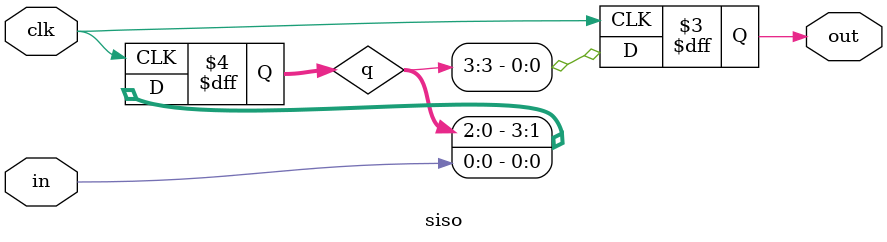
<source format=v>
`timescale 1ns / 1ps
module siso(input in,input clk,output reg out);
 reg [3:0]q=4'b0000;
 
always@(posedge clk)
begin
out= q[3];
q[3]=q[2];
q[2]=q[1];
q[1]=q[0];
q[0]=in;
end
endmodule

</source>
